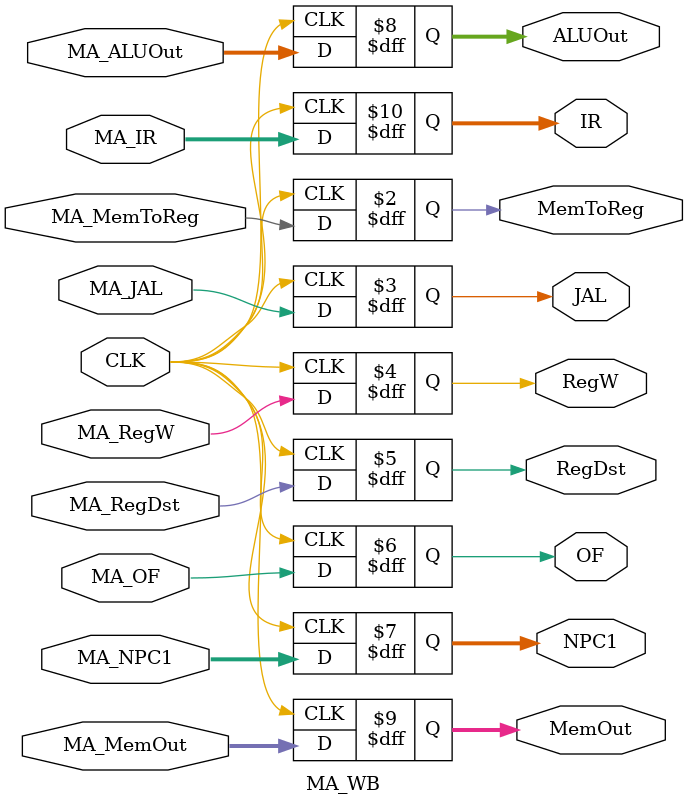
<source format=v>
module MA_WB(
    input wire CLK,
    input wire MA_MemToReg, MA_JAL, MA_RegW, MA_RegDst, MA_OF,
    input wire [31:0] MA_NPC1, MA_ALUOut, MA_MemOut, MA_IR,
    output reg MemToReg, JAL, RegW, RegDst, OF,
    output reg [31:0] NPC1, ALUOut, MemOut, IR
);

    always @(posedge CLK) begin
        MemToReg <= MA_MemToReg;
        JAL <= MA_JAL;
        RegW <= MA_RegW;
        RegDst <= MA_RegDst;
        OF <= MA_OF;
        NPC1 <= MA_NPC1;
        ALUOut <= MA_ALUOut;
        MemOut <= MA_MemOut;
        IR <= MA_IR;
    end

endmodule

</source>
